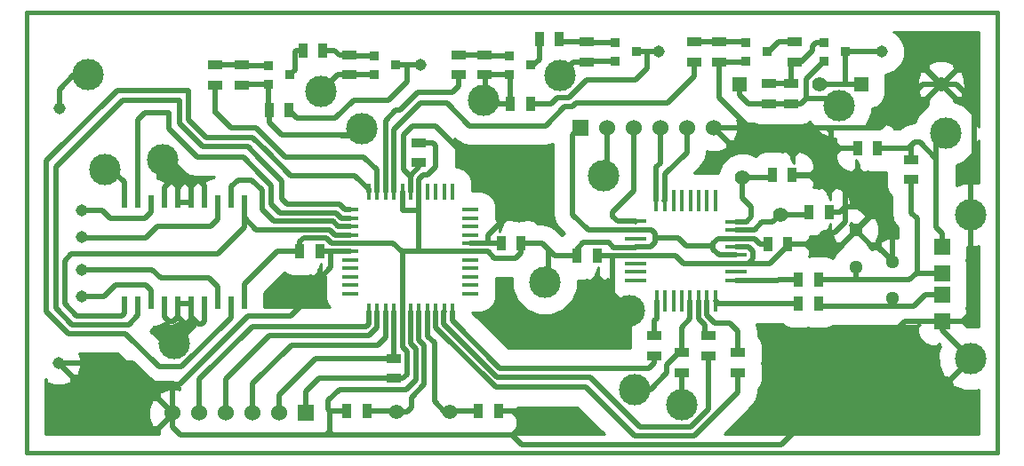
<source format=gtl>
G04 (created by PCBNEW-RS274X (2011-07-08 BZR 3044)-stable) date Wed 10 Aug 2011 06:33:40 PM MSD*
G01*
G70*
G90*
%MOIN*%
G04 Gerber Fmt 3.4, Leading zero omitted, Abs format*
%FSLAX34Y34*%
G04 APERTURE LIST*
%ADD10C,0.006000*%
%ADD11C,0.015000*%
%ADD12R,0.060000X0.016000*%
%ADD13R,0.016000X0.060000*%
%ADD14R,0.078700X0.017700*%
%ADD15R,0.017700X0.078700*%
%ADD16R,0.036000X0.036000*%
%ADD17R,0.020000X0.050000*%
%ADD18R,0.055000X0.035000*%
%ADD19R,0.035000X0.055000*%
%ADD20C,0.045000*%
%ADD21R,0.060000X0.060000*%
%ADD22C,0.060000*%
%ADD23R,0.055000X0.055000*%
%ADD24C,0.055000*%
%ADD25R,0.059100X0.059100*%
%ADD26C,0.118100*%
%ADD27C,0.051200*%
%ADD28C,0.019700*%
%ADD29C,0.010000*%
G04 APERTURE END LIST*
G54D10*
G54D11*
X00000Y00000D02*
X36418Y00000D01*
X00000Y-16535D02*
X00000Y00000D01*
X36418Y-16535D02*
X00000Y-16535D01*
X36418Y00000D02*
X36418Y-16535D01*
G54D12*
X12160Y-08976D03*
X12160Y-09291D03*
X12160Y-09606D03*
X12160Y-09921D03*
X12160Y-10236D03*
X12160Y-10551D03*
X12160Y-08661D03*
X12160Y-08346D03*
X12160Y-08031D03*
X12160Y-07716D03*
X12160Y-07401D03*
X16660Y-08976D03*
X16660Y-09291D03*
X16660Y-09606D03*
X16660Y-09921D03*
X16660Y-10236D03*
X16660Y-10551D03*
X16660Y-08661D03*
X16660Y-08346D03*
X16660Y-08031D03*
X16660Y-07716D03*
X16660Y-07401D03*
G54D13*
X14410Y-11226D03*
X14410Y-06726D03*
X14725Y-11226D03*
X14725Y-06726D03*
X15040Y-06726D03*
X15040Y-11226D03*
X15355Y-11226D03*
X15355Y-06726D03*
X15670Y-06726D03*
X15670Y-11226D03*
X15985Y-11226D03*
X15985Y-06726D03*
X14095Y-06726D03*
X14095Y-11226D03*
X13780Y-11226D03*
X13780Y-06726D03*
X13465Y-06726D03*
X13465Y-11226D03*
X13150Y-11226D03*
X13150Y-06726D03*
X12835Y-06726D03*
X12835Y-11226D03*
G54D14*
X26621Y-07848D03*
X26621Y-08163D03*
X26621Y-08478D03*
X26621Y-08793D03*
X26621Y-09108D03*
X26621Y-09423D03*
X26621Y-09738D03*
X26621Y-10053D03*
X22855Y-10051D03*
X22855Y-07841D03*
X22855Y-08161D03*
X22855Y-08481D03*
X22855Y-08791D03*
X22855Y-09111D03*
X22855Y-09421D03*
X22855Y-09741D03*
G54D15*
X25837Y-10841D03*
X25523Y-10841D03*
X25207Y-10841D03*
X24893Y-10841D03*
X24577Y-10841D03*
X24263Y-10841D03*
X23947Y-10841D03*
X23633Y-10841D03*
X25835Y-07061D03*
X25525Y-07061D03*
X25205Y-07061D03*
X24895Y-07061D03*
X24585Y-07061D03*
X24265Y-07061D03*
X23945Y-07061D03*
X23625Y-07061D03*
G54D16*
X13045Y-02318D03*
X13045Y-01618D03*
X13845Y-01968D03*
X22061Y-01826D03*
X22061Y-01126D03*
X22861Y-01476D03*
X26962Y-01826D03*
X26962Y-01126D03*
X27762Y-01476D03*
X09089Y-02692D03*
X09089Y-01992D03*
X09889Y-02342D03*
X18104Y-02318D03*
X18104Y-01618D03*
X18904Y-01968D03*
G54D17*
X03676Y-10896D03*
X04176Y-10896D03*
X04676Y-10896D03*
X05176Y-10896D03*
X05676Y-10896D03*
X06176Y-10896D03*
X06676Y-10896D03*
X07176Y-10896D03*
X07676Y-10896D03*
X08176Y-10896D03*
X08176Y-07096D03*
X07676Y-07096D03*
X07176Y-07096D03*
X06676Y-07096D03*
X06176Y-07096D03*
X05676Y-07096D03*
X05176Y-07096D03*
X04676Y-07096D03*
X04176Y-07096D03*
X03676Y-07096D03*
G54D18*
X17185Y-01593D03*
X17185Y-02343D03*
X08091Y-01967D03*
X08091Y-02717D03*
X25965Y-01101D03*
X25965Y-01851D03*
X16201Y-01593D03*
X16201Y-02343D03*
X24567Y-13524D03*
X24567Y-12774D03*
X13780Y-13741D03*
X13780Y-12991D03*
X26693Y-12774D03*
X26693Y-13524D03*
X25591Y-12144D03*
X25591Y-12894D03*
X23544Y-12144D03*
X23544Y-12894D03*
X33175Y-06266D03*
X33175Y-05516D03*
G54D19*
X29700Y-10041D03*
X28950Y-10041D03*
X29700Y-10941D03*
X28950Y-10941D03*
G54D18*
X07067Y-01967D03*
X07067Y-02717D03*
X25040Y-01101D03*
X25040Y-01851D03*
G54D19*
X18899Y-03425D03*
X18149Y-03425D03*
G54D18*
X27855Y-03426D03*
X27855Y-02676D03*
X12126Y-01593D03*
X12126Y-02343D03*
X21024Y-01101D03*
X21024Y-01851D03*
X28819Y-01101D03*
X28819Y-01851D03*
G54D19*
X11123Y-01417D03*
X10373Y-01417D03*
X19982Y-01004D03*
X19232Y-01004D03*
X09844Y-03661D03*
X09094Y-03661D03*
X28722Y-06102D03*
X27972Y-06102D03*
X12027Y-14960D03*
X12777Y-14960D03*
X17698Y-14960D03*
X16948Y-14960D03*
X30100Y-07480D03*
X29350Y-07480D03*
G54D18*
X28681Y-02676D03*
X28681Y-03426D03*
G54D19*
X28550Y-08691D03*
X27800Y-08691D03*
X21399Y-09134D03*
X20649Y-09134D03*
X17795Y-08661D03*
X18545Y-08661D03*
G54D18*
X14725Y-05631D03*
X14725Y-04881D03*
G54D19*
X11005Y-08976D03*
X10255Y-08976D03*
G54D20*
X01201Y-13149D03*
X01241Y-03582D03*
X02088Y-08444D03*
X02088Y-07440D03*
X02088Y-10669D03*
X02088Y-09645D03*
X14784Y-01968D03*
X23701Y-01476D03*
X32087Y-01476D03*
G54D21*
X20768Y-04311D03*
G54D22*
X21768Y-04311D03*
X22768Y-04311D03*
X23768Y-04311D03*
X24768Y-04311D03*
X25768Y-04311D03*
G54D16*
X29916Y-01826D03*
X29916Y-01126D03*
X30716Y-01476D03*
G54D23*
X26749Y-02696D03*
G54D24*
X29749Y-02696D03*
G54D23*
X31296Y-02696D03*
G54D24*
X34296Y-02696D03*
G54D25*
X34350Y-11591D03*
X34350Y-10591D03*
X34350Y-09791D03*
X34350Y-08791D03*
G54D26*
X35400Y-07591D03*
X35400Y-12991D03*
G54D21*
X10493Y-15039D03*
G54D22*
X09493Y-15039D03*
X08493Y-15039D03*
X07493Y-15039D03*
X06493Y-15039D03*
X05493Y-15039D03*
G54D19*
X31175Y-05091D03*
X31925Y-05091D03*
G54D27*
X32481Y-09350D03*
X32481Y-10728D03*
X31103Y-08169D03*
X31103Y-09547D03*
G54D24*
X28266Y-07596D03*
X26852Y-06182D03*
X13862Y-14980D03*
X15862Y-14980D03*
G54D26*
X21654Y-06122D03*
X22815Y-14153D03*
X22619Y-11200D03*
X12579Y-04370D03*
X05552Y-12421D03*
X05099Y-05511D03*
X17146Y-03307D03*
X18485Y-07283D03*
X34475Y-04541D03*
X19449Y-10118D03*
X24567Y-14724D03*
X02953Y-05885D03*
X02304Y-02342D03*
X11044Y-02972D03*
X30473Y-03504D03*
X20000Y-02362D03*
G54D28*
X23544Y-11574D02*
X23544Y-12144D01*
X23633Y-11485D02*
X23544Y-11574D01*
X23633Y-10841D02*
X23633Y-11485D01*
X12854Y-12126D02*
X13150Y-11830D01*
X09114Y-12126D02*
X12854Y-12126D01*
X07493Y-13747D02*
X09114Y-12126D01*
X07493Y-15039D02*
X07493Y-13747D01*
X13150Y-11830D02*
X13150Y-11226D01*
X12835Y-11226D02*
X12835Y-11693D01*
X06493Y-13763D02*
X06493Y-15039D01*
X08465Y-11791D02*
X06493Y-13763D01*
X12737Y-11791D02*
X08465Y-11791D01*
X12835Y-11693D02*
X12737Y-11791D01*
X09493Y-14345D02*
X10847Y-12991D01*
X13780Y-11226D02*
X13780Y-12991D01*
X09493Y-15039D02*
X09493Y-14345D01*
X10847Y-12991D02*
X13780Y-12991D01*
X25591Y-14842D02*
X25591Y-14882D01*
X17653Y-13705D02*
X17653Y-13695D01*
X17658Y-13700D02*
X17653Y-13705D01*
X21141Y-13700D02*
X17658Y-13700D01*
X23012Y-15571D02*
X21141Y-13700D01*
X24902Y-15571D02*
X23012Y-15571D01*
X25591Y-14882D02*
X24902Y-15571D01*
X25591Y-12894D02*
X25591Y-14842D01*
X15655Y-11226D02*
X15670Y-11226D01*
X15655Y-11697D02*
X15655Y-11226D01*
X17653Y-13695D02*
X15655Y-11697D01*
X13189Y-12480D02*
X13465Y-12204D01*
X09941Y-12480D02*
X13189Y-12480D01*
X08493Y-13928D02*
X09941Y-12480D01*
X08493Y-15039D02*
X08493Y-13928D01*
X13465Y-12204D02*
X13465Y-11226D01*
X26693Y-14193D02*
X26693Y-14252D01*
X20964Y-14074D02*
X17598Y-14074D01*
X22795Y-15905D02*
X20964Y-14074D01*
X25040Y-15905D02*
X22795Y-15905D01*
X26693Y-14252D02*
X25040Y-15905D01*
X15355Y-11226D02*
X15355Y-11831D01*
X15355Y-11831D02*
X17598Y-14074D01*
X26693Y-14193D02*
X26693Y-13524D01*
X14725Y-11226D02*
X14725Y-12303D01*
X14291Y-14980D02*
X13862Y-14980D01*
X14430Y-14841D02*
X14291Y-14980D01*
X14430Y-14448D02*
X14430Y-14841D01*
X14922Y-13956D02*
X14430Y-14448D01*
X14922Y-12500D02*
X14922Y-13956D01*
X14725Y-12303D02*
X14922Y-12500D01*
X12777Y-14960D02*
X13842Y-14960D01*
X13842Y-14960D02*
X13862Y-14980D01*
X15040Y-11226D02*
X15040Y-12146D01*
X15670Y-14980D02*
X15862Y-14980D01*
X15296Y-14606D02*
X15670Y-14980D01*
X15296Y-12402D02*
X15296Y-14606D01*
X15040Y-12146D02*
X15296Y-12402D01*
X16948Y-14960D02*
X15882Y-14960D01*
X15882Y-14960D02*
X15862Y-14980D01*
X28950Y-10941D02*
X25937Y-10941D01*
X25937Y-10941D02*
X25837Y-10841D01*
X28188Y-10053D02*
X26621Y-10053D01*
X28200Y-10041D02*
X28188Y-10053D01*
X28950Y-10041D02*
X28200Y-10041D01*
X23768Y-05661D02*
X23625Y-05804D01*
X23768Y-04311D02*
X23768Y-05661D01*
X23625Y-05804D02*
X23625Y-07061D01*
X23957Y-07029D02*
X23925Y-07061D01*
X23957Y-06063D02*
X23957Y-07029D01*
X24768Y-05252D02*
X23957Y-06063D01*
X24768Y-04311D02*
X24768Y-05252D01*
X23925Y-07061D02*
X23945Y-07061D01*
X03189Y-11378D02*
X03583Y-11378D01*
X03583Y-11378D02*
X03676Y-11285D01*
X08176Y-07703D02*
X08176Y-08064D01*
X03676Y-11285D02*
X03676Y-10896D01*
X01871Y-11378D02*
X03189Y-11378D01*
X01437Y-10944D02*
X01871Y-11378D01*
X01437Y-09311D02*
X01437Y-10944D01*
X01693Y-09055D02*
X01437Y-09311D01*
X07185Y-09055D02*
X01693Y-09055D01*
X08176Y-08064D02*
X07185Y-09055D01*
X12160Y-08346D02*
X11575Y-08346D01*
X08176Y-07703D02*
X08176Y-07096D01*
X08622Y-08149D02*
X08176Y-07703D01*
X11378Y-08149D02*
X08622Y-08149D01*
X11575Y-08346D02*
X11378Y-08149D01*
X07176Y-07096D02*
X07176Y-07745D01*
X02089Y-08445D02*
X02088Y-08444D01*
X04488Y-08445D02*
X02089Y-08445D01*
X04922Y-08011D02*
X04488Y-08445D01*
X06910Y-08011D02*
X04922Y-08011D01*
X07176Y-07745D02*
X06910Y-08011D01*
X03130Y-07716D02*
X02854Y-07440D01*
X04450Y-07716D02*
X03130Y-07716D01*
X04676Y-07490D02*
X04450Y-07716D01*
X04676Y-07096D02*
X04676Y-07490D01*
X02854Y-07440D02*
X02088Y-07440D01*
X04676Y-10896D02*
X04676Y-10423D01*
X02894Y-10669D02*
X02088Y-10669D01*
X03347Y-10216D02*
X02894Y-10669D01*
X04469Y-10216D02*
X03347Y-10216D01*
X04676Y-10423D02*
X04469Y-10216D01*
X07176Y-10305D02*
X06831Y-09960D01*
X07176Y-10896D02*
X07176Y-10305D01*
X04725Y-09645D02*
X02088Y-09645D01*
X05040Y-09960D02*
X04725Y-09645D01*
X06831Y-09960D02*
X05040Y-09960D01*
X12160Y-08031D02*
X11693Y-08031D01*
X07676Y-06537D02*
X07676Y-07096D01*
X07934Y-06279D02*
X07676Y-06537D01*
X08445Y-06279D02*
X07934Y-06279D01*
X08839Y-06673D02*
X08445Y-06279D01*
X08839Y-07401D02*
X08839Y-06673D01*
X09272Y-07834D02*
X08839Y-07401D01*
X11496Y-07834D02*
X09272Y-07834D01*
X11693Y-08031D02*
X11496Y-07834D01*
X05335Y-03760D02*
X05335Y-04370D01*
X06398Y-05433D02*
X08130Y-05433D01*
X05335Y-04370D02*
X06398Y-05433D01*
X08810Y-06113D02*
X08130Y-05433D01*
X12160Y-07716D02*
X11811Y-07716D01*
X09193Y-06496D02*
X08810Y-06113D01*
X09193Y-07204D02*
X09193Y-06496D01*
X09508Y-07519D02*
X09193Y-07204D01*
X11614Y-07519D02*
X09508Y-07519D01*
X11811Y-07716D02*
X11614Y-07519D01*
X04176Y-06279D02*
X04176Y-04033D01*
X04176Y-04033D02*
X04449Y-03760D01*
X04449Y-03760D02*
X05335Y-03760D01*
X04176Y-06279D02*
X04176Y-07096D01*
X05729Y-03287D02*
X05729Y-04173D01*
X06595Y-05039D02*
X08308Y-05039D01*
X05729Y-04173D02*
X06595Y-05039D01*
X01103Y-06476D02*
X01103Y-05787D01*
X08780Y-05511D02*
X08780Y-05531D01*
X08308Y-05039D02*
X08780Y-05511D01*
X03603Y-03287D02*
X05729Y-03287D01*
X01103Y-05787D02*
X03603Y-03287D01*
X01103Y-06476D02*
X01103Y-07460D01*
X12160Y-07401D02*
X11929Y-07401D01*
X04176Y-11375D02*
X04176Y-10896D01*
X03839Y-11712D02*
X04176Y-11375D01*
X01713Y-11712D02*
X03839Y-11712D01*
X01103Y-11102D02*
X01713Y-11712D01*
X01103Y-07460D02*
X01103Y-11102D01*
X09567Y-06318D02*
X08780Y-05531D01*
X09567Y-07007D02*
X09567Y-06318D01*
X09764Y-07204D02*
X09567Y-07007D01*
X11732Y-07204D02*
X09764Y-07204D01*
X11929Y-07401D02*
X11732Y-07204D01*
X07676Y-11456D02*
X07676Y-11458D01*
X07676Y-11458D02*
X05827Y-13307D01*
X12067Y-06122D02*
X12324Y-06122D01*
X12835Y-06633D02*
X12835Y-06726D01*
X12324Y-06122D02*
X12835Y-06633D01*
X06063Y-02913D02*
X06063Y-04015D01*
X06733Y-04685D02*
X08485Y-04685D01*
X06063Y-04015D02*
X06733Y-04685D01*
X08977Y-05177D02*
X08485Y-04685D01*
X09922Y-06122D02*
X08977Y-05177D01*
X12067Y-06122D02*
X09922Y-06122D01*
X00748Y-05571D02*
X00748Y-06476D01*
X03406Y-02913D02*
X00748Y-05571D01*
X06063Y-02913D02*
X03406Y-02913D01*
X00748Y-06476D02*
X00748Y-07322D01*
X04961Y-13307D02*
X05827Y-13307D01*
X03721Y-12067D02*
X04961Y-13307D01*
X01576Y-12067D02*
X03721Y-12067D01*
X00748Y-11239D02*
X01576Y-12067D01*
X00748Y-07322D02*
X00748Y-11239D01*
X07676Y-11456D02*
X07676Y-10896D01*
X25434Y-11732D02*
X25434Y-11987D01*
X25207Y-11505D02*
X25434Y-11732D01*
X25207Y-10841D02*
X25207Y-11505D01*
X25434Y-11987D02*
X25591Y-12144D01*
X22768Y-04311D02*
X22768Y-06700D01*
X22855Y-07861D02*
X22855Y-07841D01*
X22828Y-07834D02*
X22855Y-07861D01*
X22164Y-07834D02*
X22828Y-07834D01*
X21988Y-07658D02*
X22164Y-07834D01*
X21988Y-07480D02*
X21988Y-07658D01*
X22768Y-06700D02*
X21988Y-07480D01*
X07067Y-03760D02*
X07107Y-03760D01*
X07107Y-03760D02*
X07677Y-04330D01*
X13150Y-06726D02*
X13150Y-05905D01*
X08622Y-04330D02*
X07677Y-04330D01*
X09705Y-05413D02*
X08622Y-04330D01*
X12658Y-05413D02*
X09705Y-05413D01*
X13150Y-05905D02*
X12658Y-05413D01*
X07067Y-03760D02*
X07067Y-02717D01*
X13465Y-06726D02*
X13465Y-04763D01*
X16201Y-02343D02*
X16201Y-02756D01*
X13465Y-04763D02*
X13465Y-04054D01*
X15965Y-02992D02*
X16201Y-02756D01*
X14665Y-02992D02*
X15965Y-02992D01*
X13996Y-03661D02*
X14665Y-02992D01*
X13858Y-03661D02*
X13996Y-03661D01*
X13465Y-04054D02*
X13858Y-03661D01*
X13780Y-05984D02*
X13780Y-04389D01*
X15768Y-03405D02*
X16615Y-04252D01*
X14764Y-03405D02*
X15768Y-03405D01*
X13780Y-04389D02*
X14764Y-03405D01*
X13780Y-06726D02*
X13780Y-05984D01*
X25040Y-01851D02*
X25040Y-02401D01*
X19468Y-04252D02*
X16615Y-04252D01*
X20177Y-03543D02*
X19468Y-04252D01*
X20473Y-03543D02*
X20177Y-03543D01*
X20611Y-03405D02*
X20473Y-03543D01*
X24036Y-03405D02*
X20611Y-03405D01*
X25040Y-02401D02*
X24036Y-03405D01*
X26378Y-11653D02*
X26693Y-11968D01*
X25827Y-11653D02*
X26378Y-11653D01*
X25523Y-11349D02*
X25827Y-11653D01*
X25523Y-10841D02*
X25523Y-11349D01*
X26693Y-11968D02*
X26693Y-12774D01*
X24567Y-12774D02*
X24470Y-12774D01*
X21768Y-06008D02*
X21768Y-04311D01*
X21654Y-06122D02*
X21768Y-06008D01*
X23407Y-14153D02*
X22815Y-14153D01*
X24016Y-13544D02*
X23407Y-14153D01*
X24016Y-13228D02*
X24016Y-13544D01*
X24470Y-12774D02*
X24016Y-13228D01*
X24893Y-10841D02*
X24893Y-11485D01*
X24567Y-11811D02*
X24567Y-12185D01*
X24567Y-12185D02*
X24567Y-12774D01*
X24893Y-11485D02*
X24567Y-11811D01*
X28266Y-07596D02*
X29234Y-07596D01*
X29234Y-07596D02*
X29350Y-07480D01*
X26621Y-08163D02*
X27297Y-08163D01*
X27988Y-07874D02*
X28266Y-07596D01*
X27586Y-07874D02*
X27988Y-07874D01*
X27297Y-08163D02*
X27586Y-07874D01*
X26852Y-06182D02*
X27892Y-06182D01*
X27892Y-06182D02*
X27972Y-06102D01*
X26621Y-07848D02*
X26995Y-07848D01*
X26852Y-06969D02*
X26852Y-06182D01*
X27166Y-07283D02*
X26852Y-06969D01*
X27166Y-07677D02*
X27166Y-07283D01*
X26995Y-07848D02*
X27166Y-07677D01*
X34350Y-11591D02*
X32937Y-11591D01*
X18583Y-16220D02*
X18209Y-15846D01*
X28308Y-16220D02*
X18583Y-16220D01*
X32937Y-11591D02*
X28308Y-16220D01*
X11240Y-15846D02*
X18209Y-15846D01*
X18209Y-15846D02*
X18248Y-15846D01*
X18248Y-15846D02*
X18485Y-15609D01*
X18485Y-15609D02*
X18485Y-15217D01*
X18485Y-15217D02*
X18228Y-14960D01*
X18228Y-14960D02*
X17698Y-14960D01*
X05493Y-15039D02*
X05493Y-15551D01*
X11378Y-15708D02*
X11378Y-14960D01*
X11240Y-15846D02*
X11378Y-15708D01*
X05788Y-15846D02*
X11240Y-15846D01*
X05493Y-15551D02*
X05788Y-15846D01*
X14410Y-11226D02*
X14410Y-12441D01*
X14410Y-12441D02*
X14607Y-12638D01*
X14607Y-12638D02*
X14607Y-13799D01*
X14607Y-13799D02*
X14253Y-14153D01*
X14253Y-14153D02*
X11733Y-14153D01*
X11733Y-14153D02*
X11319Y-14567D01*
X11319Y-14567D02*
X11319Y-14901D01*
X11319Y-14901D02*
X11378Y-14960D01*
X11378Y-14960D02*
X12027Y-14960D01*
X30118Y-06102D02*
X30118Y-05273D01*
X30118Y-05273D02*
X30300Y-05091D01*
X30709Y-07283D02*
X31201Y-07283D01*
X31201Y-07283D02*
X31595Y-07677D01*
X28550Y-08691D02*
X29498Y-08691D01*
X30709Y-07874D02*
X30709Y-07283D01*
X30316Y-08267D02*
X30709Y-07874D01*
X29922Y-08267D02*
X30316Y-08267D01*
X29498Y-08691D02*
X29922Y-08267D01*
X28722Y-06102D02*
X30118Y-06102D01*
X30118Y-06102D02*
X30709Y-06693D01*
X30709Y-06693D02*
X30709Y-07283D01*
X30512Y-07480D02*
X30100Y-07480D01*
X30709Y-07283D02*
X30512Y-07480D01*
X32481Y-09350D02*
X32481Y-08071D01*
X32481Y-08071D02*
X32087Y-07677D01*
X32087Y-07677D02*
X31595Y-07677D01*
X31595Y-07677D02*
X31103Y-08169D01*
X05676Y-11391D02*
X05676Y-10896D01*
X05493Y-13966D02*
X05750Y-13966D01*
X11425Y-09566D02*
X11425Y-08976D01*
X11000Y-09991D02*
X11425Y-09566D01*
X11000Y-10316D02*
X11000Y-09991D01*
X09925Y-11391D02*
X11000Y-10316D01*
X08325Y-11391D02*
X09925Y-11391D01*
X05750Y-13966D02*
X08325Y-11391D01*
X01201Y-13149D02*
X03983Y-13149D01*
X05493Y-13948D02*
X05493Y-13966D01*
X05493Y-13966D02*
X05493Y-15039D01*
X05500Y-13941D02*
X05493Y-13948D01*
X04775Y-13941D02*
X05500Y-13941D01*
X03983Y-13149D02*
X04775Y-13941D01*
X31175Y-05091D02*
X30300Y-05091D01*
X30300Y-05091D02*
X30175Y-04966D01*
X30175Y-04466D02*
X30020Y-04311D01*
X30175Y-04966D02*
X30175Y-04466D01*
X35400Y-07591D02*
X35400Y-05541D01*
X34880Y-02696D02*
X34296Y-02696D01*
X35550Y-03366D02*
X34880Y-02696D01*
X35550Y-05391D02*
X35550Y-03366D01*
X35400Y-05541D02*
X35550Y-05391D01*
X34350Y-11591D02*
X35100Y-11591D01*
X35100Y-11591D02*
X35400Y-11291D01*
X35400Y-11291D02*
X35400Y-07591D01*
X34350Y-11591D02*
X34350Y-11941D01*
X34350Y-11941D02*
X35400Y-12991D01*
X21989Y-10570D02*
X22619Y-11200D01*
X21989Y-09111D02*
X21989Y-10570D01*
X09094Y-04133D02*
X09567Y-04606D01*
X09567Y-04606D02*
X12343Y-04606D01*
X12343Y-04606D02*
X12579Y-04370D01*
X09094Y-04133D02*
X09094Y-03661D01*
X05945Y-12028D02*
X05945Y-11673D01*
X05945Y-12028D02*
X05552Y-12421D01*
X05926Y-06338D02*
X05099Y-05511D01*
X17264Y-03425D02*
X17146Y-03307D01*
X18149Y-03425D02*
X17264Y-03425D01*
X14410Y-06240D02*
X14410Y-06161D01*
X18485Y-06988D02*
X18485Y-07283D01*
X16831Y-05334D02*
X18485Y-06988D01*
X16418Y-05334D02*
X16831Y-05334D01*
X15336Y-04252D02*
X16418Y-05334D01*
X14469Y-04252D02*
X15336Y-04252D01*
X14134Y-04587D02*
X14469Y-04252D01*
X14134Y-05885D02*
X14134Y-04587D01*
X14410Y-06161D02*
X14134Y-05885D01*
X17323Y-08661D02*
X17323Y-08346D01*
X17323Y-08346D02*
X18386Y-07283D01*
X18386Y-07283D02*
X18485Y-07283D01*
X05985Y-06338D02*
X05926Y-06338D01*
X14410Y-06726D02*
X14410Y-06240D01*
X14410Y-06240D02*
X14410Y-06122D01*
X14725Y-05807D02*
X14725Y-05631D01*
X14410Y-06122D02*
X14725Y-05807D01*
X09089Y-02692D02*
X09089Y-03656D01*
X09089Y-03656D02*
X09094Y-03661D01*
X09089Y-02692D02*
X08116Y-02692D01*
X08116Y-02692D02*
X08091Y-02717D01*
X18104Y-02318D02*
X17210Y-02318D01*
X17210Y-02318D02*
X17185Y-02343D01*
X18149Y-03425D02*
X18149Y-02363D01*
X18149Y-02363D02*
X18104Y-02318D01*
X25965Y-01851D02*
X25965Y-03189D01*
X26181Y-03405D02*
X26181Y-03404D01*
X25965Y-03189D02*
X26181Y-03405D01*
X26969Y-04311D02*
X26969Y-04192D01*
X26969Y-04192D02*
X26181Y-03404D01*
X25965Y-01851D02*
X26937Y-01851D01*
X26937Y-01851D02*
X26962Y-01826D01*
X31044Y-04311D02*
X32008Y-04311D01*
X33623Y-02696D02*
X34296Y-02696D01*
X32008Y-04311D02*
X33623Y-02696D01*
X31044Y-04311D02*
X30020Y-04311D01*
X06176Y-11378D02*
X06176Y-11431D01*
X06676Y-11592D02*
X06676Y-10896D01*
X06575Y-11693D02*
X06676Y-11592D01*
X06438Y-11693D02*
X06575Y-11693D01*
X06176Y-11431D02*
X06438Y-11693D01*
X05676Y-11358D02*
X05676Y-11391D01*
X05676Y-11391D02*
X05676Y-11443D01*
X05676Y-11443D02*
X05906Y-11673D01*
X05906Y-11673D02*
X05945Y-11673D01*
X06176Y-11541D02*
X06176Y-11378D01*
X05945Y-11673D02*
X06044Y-11673D01*
X06044Y-11673D02*
X06176Y-11541D01*
X06176Y-11378D02*
X06176Y-10896D01*
X05176Y-10896D02*
X05176Y-11416D01*
X05676Y-11430D02*
X05676Y-11358D01*
X05512Y-11594D02*
X05676Y-11430D01*
X05354Y-11594D02*
X05512Y-11594D01*
X05176Y-11416D02*
X05354Y-11594D01*
X06176Y-06614D02*
X06176Y-06541D01*
X06676Y-06498D02*
X06676Y-07096D01*
X06516Y-06338D02*
X06676Y-06498D01*
X06379Y-06338D02*
X06516Y-06338D01*
X06176Y-06541D02*
X06379Y-06338D01*
X05676Y-06594D02*
X05676Y-06588D01*
X06176Y-06529D02*
X06176Y-06614D01*
X06176Y-06614D02*
X06176Y-07096D01*
X05985Y-06338D02*
X06176Y-06529D01*
X05676Y-06588D02*
X05926Y-06338D01*
X05176Y-07096D02*
X05176Y-06556D01*
X05676Y-06521D02*
X05676Y-06594D01*
X05676Y-06594D02*
X05676Y-07096D01*
X05513Y-06358D02*
X05676Y-06521D01*
X05374Y-06358D02*
X05513Y-06358D01*
X05176Y-06556D02*
X05374Y-06358D01*
X30020Y-04311D02*
X26969Y-04311D01*
X26969Y-04311D02*
X25768Y-04311D01*
X22855Y-09111D02*
X24329Y-09111D01*
X26621Y-09438D02*
X26621Y-09423D01*
X24656Y-09438D02*
X26621Y-09438D01*
X24329Y-09111D02*
X24656Y-09438D01*
X12160Y-08976D02*
X11425Y-08976D01*
X11425Y-08976D02*
X11319Y-08976D01*
X11319Y-08976D02*
X11005Y-08976D01*
X16660Y-08661D02*
X17323Y-08661D01*
X17323Y-08661D02*
X17795Y-08661D01*
X22855Y-09111D02*
X21989Y-09111D01*
X21989Y-09111D02*
X21422Y-09111D01*
X21422Y-09111D02*
X21399Y-09134D01*
X26621Y-08793D02*
X27077Y-08793D01*
X27250Y-09241D02*
X27068Y-09423D01*
X27250Y-08966D02*
X27250Y-09241D01*
X27077Y-08793D02*
X27250Y-08966D01*
X28550Y-08691D02*
X28550Y-08766D01*
X27893Y-09423D02*
X27068Y-09423D01*
X28550Y-08766D02*
X27893Y-09423D01*
X27068Y-09423D02*
X26621Y-09423D01*
X19232Y-01753D02*
X19232Y-01004D01*
X19017Y-01968D02*
X19232Y-01753D01*
X18904Y-01968D02*
X19017Y-01968D01*
X11732Y-01593D02*
X11556Y-01417D01*
X13045Y-01618D02*
X12151Y-01618D01*
X12151Y-01618D02*
X12126Y-01593D01*
X12126Y-01593D02*
X11732Y-01593D01*
X11556Y-01417D02*
X11123Y-01417D01*
X11576Y-03976D02*
X10159Y-03976D01*
X12265Y-03287D02*
X11576Y-03976D01*
X13563Y-03287D02*
X12265Y-03287D01*
X14272Y-02578D02*
X13563Y-03287D01*
X14784Y-01968D02*
X14272Y-01968D01*
X14272Y-01968D02*
X13845Y-01968D01*
X14272Y-01968D02*
X14272Y-02578D01*
X10159Y-03976D02*
X09844Y-03661D01*
X10373Y-01417D02*
X10138Y-01417D01*
X10079Y-02152D02*
X09889Y-02342D01*
X10079Y-01476D02*
X10079Y-02152D01*
X10138Y-01417D02*
X10079Y-01476D01*
X28210Y-01101D02*
X28819Y-01101D01*
X27835Y-01476D02*
X28210Y-01101D01*
X27762Y-01476D02*
X27835Y-01476D01*
X23544Y-12894D02*
X23544Y-13149D01*
X23347Y-13346D02*
X17756Y-13346D01*
X23544Y-13149D02*
X23347Y-13346D01*
X15985Y-11575D02*
X15985Y-11226D01*
X17756Y-13346D02*
X15985Y-11575D01*
X32481Y-11023D02*
X29782Y-11023D01*
X29782Y-11023D02*
X29700Y-10941D01*
X34350Y-10591D02*
X33700Y-10591D01*
X32481Y-11023D02*
X32481Y-10728D01*
X33268Y-11023D02*
X32481Y-11023D01*
X33700Y-10591D02*
X33268Y-11023D01*
X25965Y-01101D02*
X26937Y-01101D01*
X26937Y-01101D02*
X26962Y-01126D01*
X25965Y-01101D02*
X25040Y-01101D01*
X29603Y-01126D02*
X29916Y-01126D01*
X29034Y-01851D02*
X29469Y-01416D01*
X29469Y-01416D02*
X29469Y-01260D01*
X27855Y-02676D02*
X28681Y-02676D01*
X28681Y-02676D02*
X28681Y-01989D01*
X28819Y-01851D02*
X29034Y-01851D01*
X28681Y-01989D02*
X28819Y-01851D01*
X29469Y-01260D02*
X29603Y-01126D01*
X21024Y-01101D02*
X20079Y-01101D01*
X22061Y-01126D02*
X21049Y-01126D01*
X21049Y-01126D02*
X21024Y-01101D01*
X20079Y-01101D02*
X19982Y-01004D01*
X19902Y-03189D02*
X20355Y-03189D01*
X19666Y-03425D02*
X19902Y-03189D01*
X23701Y-01476D02*
X23288Y-01476D01*
X23288Y-01476D02*
X22861Y-01476D01*
X18899Y-03425D02*
X19666Y-03425D01*
X23288Y-02086D02*
X23288Y-01476D01*
X22835Y-02539D02*
X23288Y-02086D01*
X21005Y-02539D02*
X22835Y-02539D01*
X20355Y-03189D02*
X21005Y-02539D01*
X18104Y-01618D02*
X17210Y-01618D01*
X17185Y-01593D02*
X16201Y-01593D01*
X17210Y-01618D02*
X17185Y-01593D01*
X08091Y-01967D02*
X07067Y-01967D01*
X09089Y-01992D02*
X08116Y-01992D01*
X08116Y-01992D02*
X08091Y-01967D01*
X30716Y-01476D02*
X30716Y-02696D01*
X31296Y-02696D02*
X30716Y-02696D01*
X30716Y-02696D02*
X29749Y-02696D01*
X30716Y-01476D02*
X32087Y-01476D01*
X31125Y-10041D02*
X31125Y-09569D01*
X31125Y-09569D02*
X31103Y-09547D01*
X33400Y-09791D02*
X33400Y-07741D01*
X33175Y-07516D02*
X33175Y-06266D01*
X33400Y-07741D02*
X33175Y-07516D01*
X34350Y-09791D02*
X33400Y-09791D01*
X33400Y-09791D02*
X33375Y-09791D01*
X33125Y-10041D02*
X31125Y-10041D01*
X31125Y-10041D02*
X29700Y-10041D01*
X33375Y-09791D02*
X33125Y-10041D01*
X31925Y-05091D02*
X33075Y-05091D01*
X33075Y-05091D02*
X33175Y-04991D01*
X34125Y-05491D02*
X34125Y-04891D01*
X34125Y-04891D02*
X34475Y-04541D01*
X34350Y-08791D02*
X34350Y-08291D01*
X33175Y-04991D02*
X33175Y-05516D01*
X33300Y-04866D02*
X33175Y-04991D01*
X33500Y-04866D02*
X33300Y-04866D01*
X34125Y-05491D02*
X33500Y-04866D01*
X34125Y-08066D02*
X34125Y-05491D01*
X34350Y-08291D02*
X34125Y-08066D01*
X14725Y-06726D02*
X14725Y-06259D01*
X15355Y-05787D02*
X15355Y-05000D01*
X15040Y-06102D02*
X15355Y-05787D01*
X14882Y-06102D02*
X15040Y-06102D01*
X14725Y-06259D02*
X14882Y-06102D01*
X19449Y-10118D02*
X19578Y-09989D01*
X19578Y-09989D02*
X19578Y-08908D01*
X10255Y-08976D02*
X09410Y-08976D01*
X08176Y-10210D02*
X08176Y-10896D01*
X09410Y-08976D02*
X08176Y-10210D01*
X10493Y-15039D02*
X10493Y-14232D01*
X10984Y-13741D02*
X13780Y-13741D01*
X10493Y-14232D02*
X10984Y-13741D01*
X20493Y-07578D02*
X20493Y-04586D01*
X20493Y-04586D02*
X20768Y-04311D01*
X22855Y-08161D02*
X21076Y-08161D01*
X21076Y-08161D02*
X20493Y-07578D01*
X12160Y-08661D02*
X11457Y-08661D01*
X10255Y-08603D02*
X10255Y-08976D01*
X10394Y-08464D02*
X10255Y-08603D01*
X11260Y-08464D02*
X10394Y-08464D01*
X11457Y-08661D02*
X11260Y-08464D01*
X14095Y-06726D02*
X14095Y-07421D01*
X14115Y-07441D02*
X14725Y-07441D01*
X14095Y-07421D02*
X14115Y-07441D01*
X14115Y-08976D02*
X14075Y-08976D01*
X13760Y-08661D02*
X12160Y-08661D01*
X14075Y-08976D02*
X13760Y-08661D01*
X14764Y-08976D02*
X14115Y-08976D01*
X14095Y-08996D02*
X14095Y-11226D01*
X14115Y-08976D02*
X14095Y-08996D01*
X16660Y-08976D02*
X14764Y-08976D01*
X14764Y-08976D02*
X14725Y-08976D01*
X14725Y-08976D02*
X14725Y-07441D01*
X14725Y-07441D02*
X14725Y-06726D01*
X20649Y-09134D02*
X19804Y-09134D01*
X19804Y-09134D02*
X19578Y-08908D01*
X19331Y-08661D02*
X18545Y-08661D01*
X19578Y-08908D02*
X19331Y-08661D01*
X16660Y-08976D02*
X17303Y-08976D01*
X17303Y-08976D02*
X17539Y-09212D01*
X17539Y-09212D02*
X18347Y-09212D01*
X18347Y-09212D02*
X18545Y-09014D01*
X18545Y-09014D02*
X18545Y-08661D01*
X14095Y-11226D02*
X14095Y-12559D01*
X14095Y-12559D02*
X14272Y-12736D01*
X14272Y-12736D02*
X14272Y-13583D01*
X14272Y-13583D02*
X14114Y-13741D01*
X14114Y-13741D02*
X13780Y-13741D01*
X24567Y-13524D02*
X24567Y-14724D01*
X20649Y-09134D02*
X20649Y-08878D01*
X22855Y-08811D02*
X22855Y-08791D01*
X22001Y-08811D02*
X22855Y-08811D01*
X21831Y-08641D02*
X22001Y-08811D01*
X20886Y-08641D02*
X21831Y-08641D01*
X20649Y-08878D02*
X20886Y-08641D01*
X15236Y-04881D02*
X14725Y-04881D01*
X15355Y-05000D02*
X15236Y-04881D01*
X26621Y-08478D02*
X27312Y-08478D01*
X27525Y-08691D02*
X27800Y-08691D01*
X27312Y-08478D02*
X27525Y-08691D01*
X25750Y-08766D02*
X24750Y-08766D01*
X24450Y-08466D02*
X23575Y-08466D01*
X24750Y-08766D02*
X24450Y-08466D01*
X22855Y-08161D02*
X23445Y-08161D01*
X23445Y-08161D02*
X23575Y-08291D01*
X23575Y-08291D02*
X23575Y-08466D01*
X23400Y-08791D02*
X22855Y-08791D01*
X23575Y-08466D02*
X23575Y-08616D01*
X23575Y-08616D02*
X23400Y-08791D01*
X26621Y-08478D02*
X25938Y-08478D01*
X25967Y-09108D02*
X26621Y-09108D01*
X25750Y-08891D02*
X25967Y-09108D01*
X25750Y-08666D02*
X25750Y-08766D01*
X25750Y-08766D02*
X25750Y-08891D01*
X25938Y-08478D02*
X25750Y-08666D01*
X03676Y-06372D02*
X03189Y-05885D01*
X03189Y-05885D02*
X02953Y-05885D01*
X03676Y-06372D02*
X03676Y-07096D01*
X01241Y-02893D02*
X01792Y-02342D01*
X01792Y-02342D02*
X02304Y-02342D01*
X01241Y-02893D02*
X01241Y-03582D01*
X11673Y-02343D02*
X11044Y-02972D01*
X11673Y-02343D02*
X12126Y-02343D01*
X30197Y-03228D02*
X30473Y-03504D01*
X29233Y-03228D02*
X30197Y-03228D01*
X20511Y-01851D02*
X20000Y-02362D01*
X20511Y-01851D02*
X21024Y-01851D01*
X13045Y-02318D02*
X12151Y-02318D01*
X12151Y-02318D02*
X12126Y-02343D01*
X22061Y-01826D02*
X21049Y-01826D01*
X21049Y-01826D02*
X21024Y-01851D01*
X27855Y-03426D02*
X27069Y-03426D01*
X26749Y-03106D02*
X26749Y-02696D01*
X27069Y-03426D02*
X26749Y-03106D01*
X28681Y-03426D02*
X27855Y-03426D01*
X29916Y-01826D02*
X29907Y-01826D01*
X29035Y-03426D02*
X28681Y-03426D01*
X29233Y-03228D02*
X29035Y-03426D01*
X29233Y-02500D02*
X29233Y-03228D01*
X29907Y-01826D02*
X29233Y-02500D01*
G54D10*
G36*
X05754Y-14149D02*
X05664Y-14114D01*
X05297Y-14119D01*
X04981Y-14250D01*
X04978Y-14453D01*
X05458Y-14933D01*
X05493Y-14968D01*
X05552Y-15027D01*
X05552Y-15051D01*
X05493Y-15110D01*
X05458Y-15145D01*
X05422Y-15181D01*
X05422Y-15039D01*
X04907Y-14524D01*
X04704Y-14527D01*
X04568Y-14868D01*
X04573Y-15235D01*
X04704Y-15551D01*
X04907Y-15554D01*
X05422Y-15039D01*
X05422Y-15181D01*
X04978Y-15625D01*
X04980Y-15819D01*
X01668Y-15819D01*
X00716Y-15819D01*
X00716Y-13775D01*
X00737Y-13754D01*
X00734Y-13878D01*
X01048Y-14002D01*
X01386Y-13995D01*
X01668Y-13878D01*
X01663Y-13682D01*
X01236Y-13255D01*
X01201Y-13220D01*
X01130Y-13149D01*
X01201Y-13078D01*
X01272Y-13149D01*
X01307Y-13184D01*
X01734Y-13611D01*
X01930Y-13616D01*
X02054Y-13302D01*
X02047Y-12964D01*
X01981Y-12806D01*
X03414Y-12806D01*
X04436Y-13827D01*
X04438Y-13830D01*
X04678Y-13990D01*
X04961Y-14046D01*
X05754Y-14046D01*
X05754Y-14149D01*
X05754Y-14149D01*
G37*
G54D29*
X05754Y-14149D02*
X05664Y-14114D01*
X05297Y-14119D01*
X04981Y-14250D01*
X04978Y-14453D01*
X05458Y-14933D01*
X05493Y-14968D01*
X05552Y-15027D01*
X05552Y-15051D01*
X05493Y-15110D01*
X05458Y-15145D01*
X05422Y-15181D01*
X05422Y-15039D01*
X04907Y-14524D01*
X04704Y-14527D01*
X04568Y-14868D01*
X04573Y-15235D01*
X04704Y-15551D01*
X04907Y-15554D01*
X05422Y-15039D01*
X05422Y-15181D01*
X04978Y-15625D01*
X04980Y-15819D01*
X01668Y-15819D01*
X00716Y-15819D01*
X00716Y-13775D01*
X00737Y-13754D01*
X00734Y-13878D01*
X01048Y-14002D01*
X01386Y-13995D01*
X01668Y-13878D01*
X01663Y-13682D01*
X01236Y-13255D01*
X01201Y-13220D01*
X01130Y-13149D01*
X01201Y-13078D01*
X01272Y-13149D01*
X01307Y-13184D01*
X01734Y-13611D01*
X01930Y-13616D01*
X02054Y-13302D01*
X02047Y-12964D01*
X01981Y-12806D01*
X03414Y-12806D01*
X04436Y-13827D01*
X04438Y-13830D01*
X04678Y-13990D01*
X04961Y-14046D01*
X05754Y-14046D01*
X05754Y-14149D01*
G54D10*
G36*
X06226Y-07146D02*
X06126Y-07146D01*
X06095Y-07146D01*
X06076Y-07146D01*
X05776Y-07146D01*
X05757Y-07146D01*
X05726Y-07146D01*
X05626Y-07146D01*
X05626Y-07046D01*
X05726Y-07046D01*
X05757Y-07046D01*
X06095Y-07046D01*
X06126Y-07046D01*
X06226Y-07046D01*
X06226Y-07146D01*
X06226Y-07146D01*
G37*
G54D29*
X06226Y-07146D02*
X06126Y-07146D01*
X06095Y-07146D01*
X06076Y-07146D01*
X05776Y-07146D01*
X05757Y-07146D01*
X05726Y-07146D01*
X05626Y-07146D01*
X05626Y-07046D01*
X05726Y-07046D01*
X05757Y-07046D01*
X06095Y-07046D01*
X06126Y-07046D01*
X06226Y-07046D01*
X06226Y-07146D01*
G54D10*
G36*
X06226Y-10946D02*
X06126Y-10946D01*
X06095Y-10946D01*
X05757Y-10946D01*
X05726Y-10946D01*
X05626Y-10946D01*
X05626Y-10846D01*
X05726Y-10846D01*
X05757Y-10846D01*
X05776Y-10846D01*
X06076Y-10846D01*
X06095Y-10846D01*
X06126Y-10846D01*
X06226Y-10846D01*
X06226Y-10946D01*
X06226Y-10946D01*
G37*
G54D29*
X06226Y-10946D02*
X06126Y-10946D01*
X06095Y-10946D01*
X05757Y-10946D01*
X05726Y-10946D01*
X05626Y-10946D01*
X05626Y-10846D01*
X05726Y-10846D01*
X05757Y-10846D01*
X05776Y-10846D01*
X06076Y-10846D01*
X06095Y-10846D01*
X06126Y-10846D01*
X06226Y-10846D01*
X06226Y-10946D01*
G54D10*
G36*
X06343Y-11744D02*
X05520Y-12568D01*
X05267Y-12568D01*
X04647Y-11948D01*
X04696Y-11899D01*
X04698Y-11898D01*
X04699Y-11898D01*
X04772Y-11787D01*
X04773Y-11787D01*
X04903Y-11787D01*
X04926Y-11777D01*
X04949Y-11787D01*
X04966Y-11787D01*
X05009Y-11743D01*
X05139Y-11690D01*
X05176Y-11652D01*
X05213Y-11690D01*
X05342Y-11743D01*
X05386Y-11787D01*
X05403Y-11787D01*
X05426Y-11777D01*
X05449Y-11787D01*
X05466Y-11787D01*
X05509Y-11743D01*
X05639Y-11690D01*
X05676Y-11652D01*
X05713Y-11690D01*
X05842Y-11743D01*
X05886Y-11787D01*
X05903Y-11787D01*
X05926Y-11777D01*
X05949Y-11787D01*
X05966Y-11787D01*
X06009Y-11743D01*
X06139Y-11690D01*
X06176Y-11652D01*
X06213Y-11690D01*
X06342Y-11743D01*
X06343Y-11744D01*
X06343Y-11744D01*
G37*
G54D29*
X06343Y-11744D02*
X05520Y-12568D01*
X05267Y-12568D01*
X04647Y-11948D01*
X04696Y-11899D01*
X04698Y-11898D01*
X04699Y-11898D01*
X04772Y-11787D01*
X04773Y-11787D01*
X04903Y-11787D01*
X04926Y-11777D01*
X04949Y-11787D01*
X04966Y-11787D01*
X05009Y-11743D01*
X05139Y-11690D01*
X05176Y-11652D01*
X05213Y-11690D01*
X05342Y-11743D01*
X05386Y-11787D01*
X05403Y-11787D01*
X05426Y-11777D01*
X05449Y-11787D01*
X05466Y-11787D01*
X05509Y-11743D01*
X05639Y-11690D01*
X05676Y-11652D01*
X05713Y-11690D01*
X05842Y-11743D01*
X05886Y-11787D01*
X05903Y-11787D01*
X05926Y-11777D01*
X05949Y-11787D01*
X05966Y-11787D01*
X06009Y-11743D01*
X06139Y-11690D01*
X06176Y-11652D01*
X06213Y-11690D01*
X06342Y-11743D01*
X06343Y-11744D01*
G54D10*
G36*
X07047Y-06172D02*
X07025Y-06205D01*
X06949Y-06205D01*
X06926Y-06214D01*
X06903Y-06205D01*
X06886Y-06205D01*
X06842Y-06248D01*
X06713Y-06302D01*
X06676Y-06339D01*
X06639Y-06302D01*
X06509Y-06248D01*
X06466Y-06205D01*
X06449Y-06205D01*
X06426Y-06214D01*
X06403Y-06205D01*
X06386Y-06205D01*
X06342Y-06248D01*
X06213Y-06302D01*
X06176Y-06339D01*
X06139Y-06302D01*
X06009Y-06248D01*
X05966Y-06205D01*
X05949Y-06205D01*
X05926Y-06214D01*
X05903Y-06205D01*
X05886Y-06205D01*
X05842Y-06248D01*
X05713Y-06302D01*
X05676Y-06339D01*
X05639Y-06302D01*
X05509Y-06248D01*
X05466Y-06205D01*
X05449Y-06205D01*
X05426Y-06214D01*
X05403Y-06205D01*
X05386Y-06205D01*
X05342Y-06248D01*
X05213Y-06302D01*
X05175Y-06339D01*
X05139Y-06303D01*
X05010Y-06249D01*
X04966Y-06205D01*
X04949Y-06205D01*
X04926Y-06214D01*
X04915Y-06209D01*
X04915Y-04995D01*
X05873Y-05953D01*
X05875Y-05956D01*
X06115Y-06116D01*
X06398Y-06172D01*
X07047Y-06172D01*
X07047Y-06172D01*
G37*
G54D29*
X07047Y-06172D02*
X07025Y-06205D01*
X06949Y-06205D01*
X06926Y-06214D01*
X06903Y-06205D01*
X06886Y-06205D01*
X06842Y-06248D01*
X06713Y-06302D01*
X06676Y-06339D01*
X06639Y-06302D01*
X06509Y-06248D01*
X06466Y-06205D01*
X06449Y-06205D01*
X06426Y-06214D01*
X06403Y-06205D01*
X06386Y-06205D01*
X06342Y-06248D01*
X06213Y-06302D01*
X06176Y-06339D01*
X06139Y-06302D01*
X06009Y-06248D01*
X05966Y-06205D01*
X05949Y-06205D01*
X05926Y-06214D01*
X05903Y-06205D01*
X05886Y-06205D01*
X05842Y-06248D01*
X05713Y-06302D01*
X05676Y-06339D01*
X05639Y-06302D01*
X05509Y-06248D01*
X05466Y-06205D01*
X05449Y-06205D01*
X05426Y-06214D01*
X05403Y-06205D01*
X05386Y-06205D01*
X05342Y-06248D01*
X05213Y-06302D01*
X05175Y-06339D01*
X05139Y-06303D01*
X05010Y-06249D01*
X04966Y-06205D01*
X04949Y-06205D01*
X04926Y-06214D01*
X04915Y-06209D01*
X04915Y-04995D01*
X05873Y-05953D01*
X05875Y-05956D01*
X06115Y-06116D01*
X06398Y-06172D01*
X07047Y-06172D01*
G54D10*
G36*
X11374Y-11052D02*
X08917Y-11052D01*
X08917Y-11019D01*
X08917Y-10519D01*
X08915Y-10516D01*
X09676Y-09754D01*
X09717Y-09794D01*
X09952Y-09892D01*
X10207Y-09892D01*
X10557Y-09892D01*
X10630Y-09861D01*
X10703Y-09892D01*
X10795Y-09892D01*
X10955Y-09732D01*
X10955Y-09632D01*
X10973Y-09614D01*
X11055Y-09417D01*
X11055Y-09732D01*
X11215Y-09892D01*
X11219Y-09892D01*
X11219Y-09968D01*
X11219Y-10028D01*
X11219Y-10128D01*
X11219Y-10283D01*
X11219Y-10343D01*
X11219Y-10443D01*
X11219Y-10598D01*
X11219Y-10758D01*
X11316Y-10994D01*
X11374Y-11052D01*
X11374Y-11052D01*
G37*
G54D29*
X11374Y-11052D02*
X08917Y-11052D01*
X08917Y-11019D01*
X08917Y-10519D01*
X08915Y-10516D01*
X09676Y-09754D01*
X09717Y-09794D01*
X09952Y-09892D01*
X10207Y-09892D01*
X10557Y-09892D01*
X10630Y-09861D01*
X10703Y-09892D01*
X10795Y-09892D01*
X10955Y-09732D01*
X10955Y-09632D01*
X10973Y-09614D01*
X11055Y-09417D01*
X11055Y-09732D01*
X11215Y-09892D01*
X11219Y-09892D01*
X11219Y-09968D01*
X11219Y-10028D01*
X11219Y-10128D01*
X11219Y-10283D01*
X11219Y-10343D01*
X11219Y-10443D01*
X11219Y-10598D01*
X11219Y-10758D01*
X11316Y-10994D01*
X11374Y-11052D01*
G54D10*
G36*
X11586Y-15819D02*
X11219Y-15819D01*
X11336Y-15702D01*
X11358Y-15647D01*
X11489Y-15779D01*
X11586Y-15819D01*
X11586Y-15819D01*
G37*
G54D29*
X11586Y-15819D02*
X11219Y-15819D01*
X11336Y-15702D01*
X11358Y-15647D01*
X11489Y-15779D01*
X11586Y-15819D01*
G54D10*
G36*
X12730Y-04026D02*
X12725Y-04054D01*
X12726Y-04058D01*
X12726Y-04686D01*
X12658Y-04673D01*
X12653Y-04674D01*
X11784Y-04674D01*
X11859Y-04659D01*
X12099Y-04499D01*
X12571Y-04026D01*
X12730Y-04026D01*
X12730Y-04026D01*
G37*
G54D29*
X12730Y-04026D02*
X12725Y-04054D01*
X12726Y-04058D01*
X12726Y-04686D01*
X12658Y-04673D01*
X12653Y-04674D01*
X11784Y-04674D01*
X11859Y-04659D01*
X12099Y-04499D01*
X12571Y-04026D01*
X12730Y-04026D01*
G54D10*
G36*
X18083Y-03475D02*
X18049Y-03475D01*
X17493Y-03475D01*
X17455Y-03513D01*
X16921Y-03513D01*
X16705Y-03296D01*
X16721Y-03280D01*
X16723Y-03279D01*
X16724Y-03279D01*
X16803Y-03159D01*
X16804Y-03159D01*
X16975Y-03159D01*
X17135Y-02999D01*
X17135Y-02443D01*
X17135Y-02409D01*
X17235Y-02409D01*
X17235Y-02443D01*
X17235Y-02999D01*
X17333Y-03097D01*
X17333Y-03159D01*
X17333Y-03215D01*
X17493Y-03375D01*
X18049Y-03375D01*
X18083Y-03375D01*
X18083Y-03475D01*
X18083Y-03475D01*
G37*
G54D29*
X18083Y-03475D02*
X18049Y-03475D01*
X17493Y-03475D01*
X17455Y-03513D01*
X16921Y-03513D01*
X16705Y-03296D01*
X16721Y-03280D01*
X16723Y-03279D01*
X16724Y-03279D01*
X16803Y-03159D01*
X16804Y-03159D01*
X16975Y-03159D01*
X17135Y-02999D01*
X17135Y-02443D01*
X17135Y-02409D01*
X17235Y-02409D01*
X17235Y-02443D01*
X17235Y-02999D01*
X17333Y-03097D01*
X17333Y-03159D01*
X17333Y-03215D01*
X17493Y-03375D01*
X18049Y-03375D01*
X18083Y-03375D01*
X18083Y-03475D01*
G54D10*
G36*
X20162Y-08293D02*
X20111Y-08315D01*
X20070Y-08355D01*
X19854Y-08138D01*
X19614Y-07978D01*
X19331Y-07921D01*
X19326Y-07922D01*
X19162Y-07922D01*
X19083Y-07843D01*
X18848Y-07745D01*
X18593Y-07745D01*
X18243Y-07745D01*
X18170Y-07775D01*
X18097Y-07745D01*
X18005Y-07745D01*
X17845Y-07905D01*
X17845Y-08004D01*
X17827Y-08023D01*
X17745Y-08219D01*
X17745Y-07905D01*
X17601Y-07761D01*
X17601Y-07669D01*
X17601Y-07609D01*
X17601Y-07509D01*
X17601Y-07354D01*
X17601Y-07194D01*
X17504Y-06958D01*
X17323Y-06778D01*
X17088Y-06680D01*
X16833Y-06680D01*
X16706Y-06680D01*
X16706Y-06299D01*
X16609Y-06063D01*
X16428Y-05883D01*
X16193Y-05785D01*
X16094Y-05785D01*
X16094Y-05000D01*
X16038Y-04720D01*
X16090Y-04772D01*
X16092Y-04775D01*
X16332Y-04935D01*
X16567Y-04981D01*
X16614Y-04991D01*
X16614Y-04990D01*
X16615Y-04991D01*
X19463Y-04991D01*
X19468Y-04992D01*
X19468Y-04991D01*
X19751Y-04935D01*
X19754Y-04933D01*
X19754Y-07573D01*
X19753Y-07578D01*
X19810Y-07861D01*
X19970Y-08101D01*
X20162Y-08293D01*
X20162Y-08293D01*
G37*
G54D29*
X20162Y-08293D02*
X20111Y-08315D01*
X20070Y-08355D01*
X19854Y-08138D01*
X19614Y-07978D01*
X19331Y-07921D01*
X19326Y-07922D01*
X19162Y-07922D01*
X19083Y-07843D01*
X18848Y-07745D01*
X18593Y-07745D01*
X18243Y-07745D01*
X18170Y-07775D01*
X18097Y-07745D01*
X18005Y-07745D01*
X17845Y-07905D01*
X17845Y-08004D01*
X17827Y-08023D01*
X17745Y-08219D01*
X17745Y-07905D01*
X17601Y-07761D01*
X17601Y-07669D01*
X17601Y-07609D01*
X17601Y-07509D01*
X17601Y-07354D01*
X17601Y-07194D01*
X17504Y-06958D01*
X17323Y-06778D01*
X17088Y-06680D01*
X16833Y-06680D01*
X16706Y-06680D01*
X16706Y-06299D01*
X16609Y-06063D01*
X16428Y-05883D01*
X16193Y-05785D01*
X16094Y-05785D01*
X16094Y-05000D01*
X16038Y-04720D01*
X16090Y-04772D01*
X16092Y-04775D01*
X16332Y-04935D01*
X16567Y-04981D01*
X16614Y-04991D01*
X16614Y-04990D01*
X16615Y-04991D01*
X19463Y-04991D01*
X19468Y-04992D01*
X19468Y-04991D01*
X19751Y-04935D01*
X19754Y-04933D01*
X19754Y-07573D01*
X19753Y-07578D01*
X19810Y-07861D01*
X19970Y-08101D01*
X20162Y-08293D01*
G54D10*
G36*
X21663Y-15819D02*
X18138Y-15819D01*
X18236Y-15779D01*
X18416Y-15598D01*
X18514Y-15363D01*
X18514Y-15170D01*
X18354Y-15010D01*
X17798Y-15010D01*
X17764Y-15010D01*
X17764Y-14910D01*
X17798Y-14910D01*
X18354Y-14910D01*
X18451Y-14813D01*
X20657Y-14813D01*
X21663Y-15819D01*
X21663Y-15819D01*
G37*
G54D29*
X21663Y-15819D02*
X18138Y-15819D01*
X18236Y-15779D01*
X18416Y-15598D01*
X18514Y-15363D01*
X18514Y-15170D01*
X18354Y-15010D01*
X17798Y-15010D01*
X17764Y-15010D01*
X17764Y-14910D01*
X17798Y-14910D01*
X18354Y-14910D01*
X18451Y-14813D01*
X20657Y-14813D01*
X21663Y-15819D01*
G54D10*
G36*
X22904Y-10790D02*
X22894Y-10841D01*
X22894Y-11241D01*
X22861Y-11291D01*
X22816Y-11514D01*
X22815Y-11515D01*
X22726Y-11606D01*
X22628Y-11841D01*
X22628Y-12096D01*
X22628Y-12446D01*
X22658Y-12519D01*
X22628Y-12591D01*
X22628Y-12607D01*
X18062Y-12607D01*
X16727Y-11272D01*
X17087Y-11272D01*
X17323Y-11175D01*
X17503Y-10994D01*
X17601Y-10759D01*
X17601Y-10504D01*
X17601Y-10444D01*
X17601Y-10344D01*
X17601Y-10189D01*
X17601Y-10129D01*
X17601Y-10029D01*
X17601Y-09951D01*
X18218Y-09951D01*
X18218Y-10362D01*
X18405Y-10815D01*
X18751Y-11161D01*
X19203Y-11349D01*
X19693Y-11349D01*
X20146Y-11162D01*
X20492Y-10816D01*
X20680Y-10364D01*
X20680Y-10050D01*
X20951Y-10050D01*
X21024Y-10019D01*
X21097Y-10050D01*
X21189Y-10050D01*
X21349Y-09890D01*
X21349Y-09790D01*
X21367Y-09772D01*
X21449Y-09575D01*
X21449Y-09890D01*
X21609Y-10050D01*
X21701Y-10050D01*
X21821Y-10000D01*
X21821Y-10090D01*
X21821Y-10266D01*
X21918Y-10502D01*
X22099Y-10682D01*
X22334Y-10780D01*
X22589Y-10780D01*
X22904Y-10780D01*
X22904Y-10790D01*
X22904Y-10790D01*
G37*
G54D29*
X22904Y-10790D02*
X22894Y-10841D01*
X22894Y-11241D01*
X22861Y-11291D01*
X22816Y-11514D01*
X22815Y-11515D01*
X22726Y-11606D01*
X22628Y-11841D01*
X22628Y-12096D01*
X22628Y-12446D01*
X22658Y-12519D01*
X22628Y-12591D01*
X22628Y-12607D01*
X18062Y-12607D01*
X16727Y-11272D01*
X17087Y-11272D01*
X17323Y-11175D01*
X17503Y-10994D01*
X17601Y-10759D01*
X17601Y-10504D01*
X17601Y-10444D01*
X17601Y-10344D01*
X17601Y-10189D01*
X17601Y-10129D01*
X17601Y-10029D01*
X17601Y-09951D01*
X18218Y-09951D01*
X18218Y-10362D01*
X18405Y-10815D01*
X18751Y-11161D01*
X19203Y-11349D01*
X19693Y-11349D01*
X20146Y-11162D01*
X20492Y-10816D01*
X20680Y-10364D01*
X20680Y-10050D01*
X20951Y-10050D01*
X21024Y-10019D01*
X21097Y-10050D01*
X21189Y-10050D01*
X21349Y-09890D01*
X21349Y-09790D01*
X21367Y-09772D01*
X21449Y-09575D01*
X21449Y-09890D01*
X21609Y-10050D01*
X21701Y-10050D01*
X21821Y-10000D01*
X21821Y-10090D01*
X21821Y-10266D01*
X21918Y-10502D01*
X22099Y-10682D01*
X22334Y-10780D01*
X22589Y-10780D01*
X22904Y-10780D01*
X22904Y-10790D01*
G54D10*
G36*
X32661Y-08475D02*
X32642Y-08468D01*
X32292Y-08474D01*
X31995Y-08597D01*
X31997Y-08795D01*
X32446Y-09244D01*
X32481Y-09279D01*
X32504Y-09302D01*
X32362Y-09302D01*
X31985Y-08925D01*
X31985Y-08330D01*
X31979Y-07980D01*
X31856Y-07683D01*
X31658Y-07685D01*
X31174Y-08169D01*
X31658Y-08653D01*
X31856Y-08655D01*
X31985Y-08330D01*
X31985Y-08925D01*
X31926Y-08866D01*
X31728Y-08864D01*
X31716Y-08892D01*
X31611Y-08787D01*
X31587Y-08777D01*
X31587Y-08724D01*
X31103Y-08240D01*
X30619Y-08724D01*
X30618Y-08776D01*
X30595Y-08786D01*
X30343Y-09039D01*
X30258Y-09242D01*
X30238Y-09223D01*
X30003Y-09125D01*
X29748Y-09125D01*
X29398Y-09125D01*
X29343Y-09147D01*
X29366Y-09094D01*
X29366Y-08901D01*
X29206Y-08741D01*
X28650Y-08741D01*
X28616Y-08741D01*
X28616Y-08641D01*
X28650Y-08641D01*
X29206Y-08641D01*
X29366Y-08481D01*
X29366Y-08396D01*
X29652Y-08396D01*
X29725Y-08365D01*
X29798Y-08396D01*
X29890Y-08396D01*
X30050Y-08236D01*
X30050Y-08136D01*
X30068Y-08118D01*
X30150Y-07921D01*
X30150Y-08236D01*
X30226Y-08312D01*
X30227Y-08358D01*
X30350Y-08655D01*
X30548Y-08653D01*
X31032Y-08169D01*
X30865Y-08002D01*
X30907Y-07902D01*
X31103Y-08098D01*
X31587Y-07614D01*
X31589Y-07416D01*
X31264Y-07287D01*
X30916Y-07292D01*
X30914Y-07293D01*
X30878Y-07307D01*
X30916Y-07270D01*
X30916Y-07077D01*
X30818Y-06842D01*
X30638Y-06661D01*
X30402Y-06564D01*
X30310Y-06564D01*
X30150Y-06724D01*
X30150Y-07039D01*
X30069Y-06842D01*
X30050Y-06823D01*
X30050Y-06724D01*
X29890Y-06564D01*
X29798Y-06564D01*
X29724Y-06594D01*
X29653Y-06564D01*
X29513Y-06564D01*
X29538Y-06505D01*
X29538Y-06312D01*
X29378Y-06152D01*
X28822Y-06152D01*
X28788Y-06152D01*
X28788Y-06052D01*
X29378Y-06052D01*
X29538Y-05892D01*
X29538Y-05699D01*
X29440Y-05464D01*
X29260Y-05283D01*
X29024Y-05186D01*
X28932Y-05186D01*
X28772Y-05346D01*
X28772Y-05661D01*
X28691Y-05464D01*
X28672Y-05445D01*
X28672Y-05346D01*
X28512Y-05186D01*
X28420Y-05186D01*
X28346Y-05216D01*
X28275Y-05186D01*
X28020Y-05186D01*
X27670Y-05186D01*
X27434Y-05283D01*
X27328Y-05389D01*
X27035Y-05267D01*
X26671Y-05267D01*
X26335Y-05406D01*
X26077Y-05663D01*
X25937Y-05999D01*
X25937Y-06027D01*
X25796Y-06027D01*
X25741Y-06027D01*
X25620Y-06027D01*
X25486Y-06027D01*
X25421Y-06027D01*
X25310Y-06027D01*
X25166Y-06027D01*
X25111Y-06027D01*
X25038Y-06027D01*
X25288Y-05776D01*
X25290Y-05775D01*
X25291Y-05775D01*
X25450Y-05535D01*
X25451Y-05535D01*
X25497Y-05299D01*
X25507Y-05253D01*
X25506Y-05252D01*
X25507Y-05252D01*
X25507Y-05200D01*
X25597Y-05236D01*
X25964Y-05231D01*
X26280Y-05100D01*
X26283Y-04897D01*
X25803Y-04417D01*
X25768Y-04382D01*
X25709Y-04323D01*
X25709Y-04299D01*
X25768Y-04240D01*
X25839Y-04311D01*
X25874Y-04346D01*
X26354Y-04826D01*
X26557Y-04823D01*
X26693Y-04482D01*
X26688Y-04115D01*
X26647Y-04016D01*
X26786Y-04109D01*
X27069Y-04165D01*
X27267Y-04165D01*
X27452Y-04242D01*
X27707Y-04242D01*
X28257Y-04242D01*
X28267Y-04237D01*
X28278Y-04242D01*
X28533Y-04242D01*
X29083Y-04242D01*
X29319Y-04145D01*
X29380Y-04083D01*
X29429Y-04201D01*
X29775Y-04547D01*
X30227Y-04735D01*
X30359Y-04735D01*
X30359Y-04881D01*
X30519Y-05041D01*
X31075Y-05041D01*
X31109Y-05041D01*
X31109Y-05141D01*
X30519Y-05141D01*
X30359Y-05301D01*
X30359Y-05494D01*
X30457Y-05729D01*
X30637Y-05910D01*
X30873Y-06007D01*
X30965Y-06007D01*
X31125Y-05847D01*
X31125Y-05531D01*
X31206Y-05729D01*
X31225Y-05747D01*
X31225Y-05847D01*
X31385Y-06007D01*
X31477Y-06007D01*
X31550Y-05976D01*
X31622Y-06007D01*
X31877Y-06007D01*
X32227Y-06007D01*
X32259Y-05993D01*
X32259Y-06218D01*
X32259Y-06568D01*
X32356Y-06804D01*
X32436Y-06883D01*
X32436Y-07511D01*
X32435Y-07516D01*
X32492Y-07799D01*
X32652Y-08039D01*
X32661Y-08047D01*
X32661Y-08475D01*
X32661Y-08475D01*
G37*
G54D29*
X32661Y-08475D02*
X32642Y-08468D01*
X32292Y-08474D01*
X31995Y-08597D01*
X31997Y-08795D01*
X32446Y-09244D01*
X32481Y-09279D01*
X32504Y-09302D01*
X32362Y-09302D01*
X31985Y-08925D01*
X31985Y-08330D01*
X31979Y-07980D01*
X31856Y-07683D01*
X31658Y-07685D01*
X31174Y-08169D01*
X31658Y-08653D01*
X31856Y-08655D01*
X31985Y-08330D01*
X31985Y-08925D01*
X31926Y-08866D01*
X31728Y-08864D01*
X31716Y-08892D01*
X31611Y-08787D01*
X31587Y-08777D01*
X31587Y-08724D01*
X31103Y-08240D01*
X30619Y-08724D01*
X30618Y-08776D01*
X30595Y-08786D01*
X30343Y-09039D01*
X30258Y-09242D01*
X30238Y-09223D01*
X30003Y-09125D01*
X29748Y-09125D01*
X29398Y-09125D01*
X29343Y-09147D01*
X29366Y-09094D01*
X29366Y-08901D01*
X29206Y-08741D01*
X28650Y-08741D01*
X28616Y-08741D01*
X28616Y-08641D01*
X28650Y-08641D01*
X29206Y-08641D01*
X29366Y-08481D01*
X29366Y-08396D01*
X29652Y-08396D01*
X29725Y-08365D01*
X29798Y-08396D01*
X29890Y-08396D01*
X30050Y-08236D01*
X30050Y-08136D01*
X30068Y-08118D01*
X30150Y-07921D01*
X30150Y-08236D01*
X30226Y-08312D01*
X30227Y-08358D01*
X30350Y-08655D01*
X30548Y-08653D01*
X31032Y-08169D01*
X30865Y-08002D01*
X30907Y-07902D01*
X31103Y-08098D01*
X31587Y-07614D01*
X31589Y-07416D01*
X31264Y-07287D01*
X30916Y-07292D01*
X30914Y-07293D01*
X30878Y-07307D01*
X30916Y-07270D01*
X30916Y-07077D01*
X30818Y-06842D01*
X30638Y-06661D01*
X30402Y-06564D01*
X30310Y-06564D01*
X30150Y-06724D01*
X30150Y-07039D01*
X30069Y-06842D01*
X30050Y-06823D01*
X30050Y-06724D01*
X29890Y-06564D01*
X29798Y-06564D01*
X29724Y-06594D01*
X29653Y-06564D01*
X29513Y-06564D01*
X29538Y-06505D01*
X29538Y-06312D01*
X29378Y-06152D01*
X28822Y-06152D01*
X28788Y-06152D01*
X28788Y-06052D01*
X29378Y-06052D01*
X29538Y-05892D01*
X29538Y-05699D01*
X29440Y-05464D01*
X29260Y-05283D01*
X29024Y-05186D01*
X28932Y-05186D01*
X28772Y-05346D01*
X28772Y-05661D01*
X28691Y-05464D01*
X28672Y-05445D01*
X28672Y-05346D01*
X28512Y-05186D01*
X28420Y-05186D01*
X28346Y-05216D01*
X28275Y-05186D01*
X28020Y-05186D01*
X27670Y-05186D01*
X27434Y-05283D01*
X27328Y-05389D01*
X27035Y-05267D01*
X26671Y-05267D01*
X26335Y-05406D01*
X26077Y-05663D01*
X25937Y-05999D01*
X25937Y-06027D01*
X25796Y-06027D01*
X25741Y-06027D01*
X25620Y-06027D01*
X25486Y-06027D01*
X25421Y-06027D01*
X25310Y-06027D01*
X25166Y-06027D01*
X25111Y-06027D01*
X25038Y-06027D01*
X25288Y-05776D01*
X25290Y-05775D01*
X25291Y-05775D01*
X25450Y-05535D01*
X25451Y-05535D01*
X25497Y-05299D01*
X25507Y-05253D01*
X25506Y-05252D01*
X25507Y-05252D01*
X25507Y-05200D01*
X25597Y-05236D01*
X25964Y-05231D01*
X26280Y-05100D01*
X26283Y-04897D01*
X25803Y-04417D01*
X25768Y-04382D01*
X25709Y-04323D01*
X25709Y-04299D01*
X25768Y-04240D01*
X25839Y-04311D01*
X25874Y-04346D01*
X26354Y-04826D01*
X26557Y-04823D01*
X26693Y-04482D01*
X26688Y-04115D01*
X26647Y-04016D01*
X26786Y-04109D01*
X27069Y-04165D01*
X27267Y-04165D01*
X27452Y-04242D01*
X27707Y-04242D01*
X28257Y-04242D01*
X28267Y-04237D01*
X28278Y-04242D01*
X28533Y-04242D01*
X29083Y-04242D01*
X29319Y-04145D01*
X29380Y-04083D01*
X29429Y-04201D01*
X29775Y-04547D01*
X30227Y-04735D01*
X30359Y-04735D01*
X30359Y-04881D01*
X30519Y-05041D01*
X31075Y-05041D01*
X31109Y-05041D01*
X31109Y-05141D01*
X30519Y-05141D01*
X30359Y-05301D01*
X30359Y-05494D01*
X30457Y-05729D01*
X30637Y-05910D01*
X30873Y-06007D01*
X30965Y-06007D01*
X31125Y-05847D01*
X31125Y-05531D01*
X31206Y-05729D01*
X31225Y-05747D01*
X31225Y-05847D01*
X31385Y-06007D01*
X31477Y-06007D01*
X31550Y-05976D01*
X31622Y-06007D01*
X31877Y-06007D01*
X32227Y-06007D01*
X32259Y-05993D01*
X32259Y-06218D01*
X32259Y-06568D01*
X32356Y-06804D01*
X32436Y-06883D01*
X32436Y-07511D01*
X32435Y-07516D01*
X32492Y-07799D01*
X32652Y-08039D01*
X32661Y-08047D01*
X32661Y-08475D01*
G54D10*
G36*
X35471Y-07591D02*
X35400Y-07662D01*
X35329Y-07591D01*
X35400Y-07520D01*
X35471Y-07591D01*
X35471Y-07591D01*
G37*
G54D29*
X35471Y-07591D02*
X35400Y-07662D01*
X35329Y-07591D01*
X35400Y-07520D01*
X35471Y-07591D01*
G54D10*
G36*
X35702Y-04287D02*
X35519Y-03844D01*
X35196Y-03521D01*
X35196Y-02861D01*
X35191Y-02504D01*
X35065Y-02199D01*
X34865Y-02198D01*
X34794Y-02269D01*
X34794Y-02127D01*
X34793Y-01927D01*
X34461Y-01796D01*
X34104Y-01801D01*
X33799Y-01927D01*
X33798Y-02127D01*
X34296Y-02625D01*
X34794Y-02127D01*
X34794Y-02269D01*
X34367Y-02696D01*
X34865Y-03194D01*
X35065Y-03193D01*
X35196Y-02861D01*
X35196Y-03521D01*
X35173Y-03498D01*
X34793Y-03340D01*
X34794Y-03265D01*
X34296Y-02767D01*
X34225Y-02838D01*
X34225Y-02696D01*
X33727Y-02198D01*
X33527Y-02199D01*
X33396Y-02531D01*
X33401Y-02888D01*
X33527Y-03193D01*
X33727Y-03194D01*
X34225Y-02696D01*
X34225Y-02838D01*
X33798Y-03265D01*
X33799Y-03465D01*
X33827Y-03476D01*
X33778Y-03497D01*
X33432Y-03843D01*
X33313Y-04127D01*
X33300Y-04127D01*
X33299Y-04127D01*
X33017Y-04183D01*
X32777Y-04343D01*
X32775Y-04345D01*
X32768Y-04352D01*
X32542Y-04352D01*
X32463Y-04273D01*
X32228Y-04175D01*
X31973Y-04175D01*
X31623Y-04175D01*
X31550Y-04205D01*
X31519Y-04192D01*
X31704Y-03750D01*
X31704Y-03609D01*
X31934Y-03515D01*
X32114Y-03334D01*
X32212Y-03099D01*
X32212Y-02844D01*
X32212Y-02341D01*
X32258Y-02341D01*
X32576Y-02210D01*
X32820Y-01967D01*
X32952Y-01649D01*
X32952Y-01305D01*
X32821Y-00987D01*
X32578Y-00743D01*
X32512Y-00716D01*
X35702Y-00716D01*
X35702Y-04287D01*
X35702Y-04287D01*
G37*
G54D29*
X35702Y-04287D02*
X35519Y-03844D01*
X35196Y-03521D01*
X35196Y-02861D01*
X35191Y-02504D01*
X35065Y-02199D01*
X34865Y-02198D01*
X34794Y-02269D01*
X34794Y-02127D01*
X34793Y-01927D01*
X34461Y-01796D01*
X34104Y-01801D01*
X33799Y-01927D01*
X33798Y-02127D01*
X34296Y-02625D01*
X34794Y-02127D01*
X34794Y-02269D01*
X34367Y-02696D01*
X34865Y-03194D01*
X35065Y-03193D01*
X35196Y-02861D01*
X35196Y-03521D01*
X35173Y-03498D01*
X34793Y-03340D01*
X34794Y-03265D01*
X34296Y-02767D01*
X34225Y-02838D01*
X34225Y-02696D01*
X33727Y-02198D01*
X33527Y-02199D01*
X33396Y-02531D01*
X33401Y-02888D01*
X33527Y-03193D01*
X33727Y-03194D01*
X34225Y-02696D01*
X34225Y-02838D01*
X33798Y-03265D01*
X33799Y-03465D01*
X33827Y-03476D01*
X33778Y-03497D01*
X33432Y-03843D01*
X33313Y-04127D01*
X33300Y-04127D01*
X33299Y-04127D01*
X33017Y-04183D01*
X32777Y-04343D01*
X32775Y-04345D01*
X32768Y-04352D01*
X32542Y-04352D01*
X32463Y-04273D01*
X32228Y-04175D01*
X31973Y-04175D01*
X31623Y-04175D01*
X31550Y-04205D01*
X31519Y-04192D01*
X31704Y-03750D01*
X31704Y-03609D01*
X31934Y-03515D01*
X32114Y-03334D01*
X32212Y-03099D01*
X32212Y-02844D01*
X32212Y-02341D01*
X32258Y-02341D01*
X32576Y-02210D01*
X32820Y-01967D01*
X32952Y-01649D01*
X32952Y-01305D01*
X32821Y-00987D01*
X32578Y-00743D01*
X32512Y-00716D01*
X35702Y-00716D01*
X35702Y-04287D01*
G54D10*
G36*
X35702Y-06410D02*
X35638Y-06384D01*
X35158Y-06385D01*
X34864Y-06506D01*
X34864Y-05712D01*
X35172Y-05585D01*
X35518Y-05239D01*
X35702Y-04796D01*
X35702Y-06410D01*
X35702Y-06410D01*
G37*
G54D29*
X35702Y-06410D02*
X35638Y-06384D01*
X35158Y-06385D01*
X34864Y-06506D01*
X34864Y-05712D01*
X35172Y-05585D01*
X35518Y-05239D01*
X35702Y-04796D01*
X35702Y-06410D01*
G54D10*
G36*
X35702Y-11810D02*
X35638Y-11784D01*
X35286Y-11784D01*
X35269Y-11784D01*
X35126Y-11641D01*
X34450Y-11641D01*
X34400Y-11641D01*
X34300Y-11641D01*
X34300Y-11541D01*
X34400Y-11541D01*
X34450Y-11541D01*
X35126Y-11541D01*
X35286Y-11381D01*
X35286Y-11168D01*
X35253Y-11091D01*
X35286Y-11014D01*
X35286Y-10759D01*
X35286Y-10214D01*
X35286Y-10169D01*
X35286Y-09959D01*
X35286Y-09369D01*
X35253Y-09290D01*
X35286Y-09214D01*
X35286Y-08959D01*
X35286Y-08797D01*
X35642Y-08797D01*
X35702Y-08772D01*
X35702Y-11810D01*
X35702Y-11810D01*
G37*
G54D29*
X35702Y-11810D02*
X35638Y-11784D01*
X35286Y-11784D01*
X35269Y-11784D01*
X35126Y-11641D01*
X34450Y-11641D01*
X34400Y-11641D01*
X34300Y-11641D01*
X34300Y-11541D01*
X34400Y-11541D01*
X34450Y-11541D01*
X35126Y-11541D01*
X35286Y-11381D01*
X35286Y-11168D01*
X35253Y-11091D01*
X35286Y-11014D01*
X35286Y-10759D01*
X35286Y-10214D01*
X35286Y-10169D01*
X35286Y-09959D01*
X35286Y-09369D01*
X35253Y-09290D01*
X35286Y-09214D01*
X35286Y-08959D01*
X35286Y-08797D01*
X35642Y-08797D01*
X35702Y-08772D01*
X35702Y-11810D01*
G54D10*
G36*
X35702Y-15819D02*
X26171Y-15819D01*
X27213Y-14776D01*
X27215Y-14775D01*
X27216Y-14775D01*
X27376Y-14535D01*
X27432Y-14252D01*
X27432Y-14193D01*
X27432Y-14141D01*
X27511Y-14062D01*
X27609Y-13827D01*
X27609Y-13572D01*
X27609Y-13222D01*
X27578Y-13148D01*
X27609Y-13077D01*
X27609Y-12822D01*
X27609Y-12472D01*
X27512Y-12236D01*
X27432Y-12156D01*
X27432Y-11968D01*
X27376Y-11685D01*
X27372Y-11680D01*
X28332Y-11680D01*
X28412Y-11759D01*
X28647Y-11857D01*
X28902Y-11857D01*
X29252Y-11857D01*
X29325Y-11826D01*
X29397Y-11857D01*
X29652Y-11857D01*
X30002Y-11857D01*
X30233Y-11762D01*
X32481Y-11762D01*
X33263Y-11762D01*
X33268Y-11763D01*
X33268Y-11762D01*
X33498Y-11716D01*
X33414Y-11801D01*
X33414Y-12014D01*
X33512Y-12249D01*
X33692Y-12430D01*
X33928Y-12527D01*
X34140Y-12527D01*
X34250Y-12417D01*
X34250Y-12527D01*
X34286Y-12527D01*
X34193Y-12753D01*
X34194Y-13233D01*
X34376Y-13673D01*
X34609Y-13712D01*
X35294Y-13026D01*
X35329Y-12991D01*
X35400Y-12920D01*
X35471Y-12991D01*
X35400Y-13062D01*
X34679Y-13782D01*
X34718Y-14015D01*
X35162Y-14198D01*
X35642Y-14197D01*
X35702Y-14172D01*
X35702Y-15819D01*
X35702Y-15819D01*
G37*
G54D29*
X35702Y-15819D02*
X26171Y-15819D01*
X27213Y-14776D01*
X27215Y-14775D01*
X27216Y-14775D01*
X27376Y-14535D01*
X27432Y-14252D01*
X27432Y-14193D01*
X27432Y-14141D01*
X27511Y-14062D01*
X27609Y-13827D01*
X27609Y-13572D01*
X27609Y-13222D01*
X27578Y-13148D01*
X27609Y-13077D01*
X27609Y-12822D01*
X27609Y-12472D01*
X27512Y-12236D01*
X27432Y-12156D01*
X27432Y-11968D01*
X27376Y-11685D01*
X27372Y-11680D01*
X28332Y-11680D01*
X28412Y-11759D01*
X28647Y-11857D01*
X28902Y-11857D01*
X29252Y-11857D01*
X29325Y-11826D01*
X29397Y-11857D01*
X29652Y-11857D01*
X30002Y-11857D01*
X30233Y-11762D01*
X32481Y-11762D01*
X33263Y-11762D01*
X33268Y-11763D01*
X33268Y-11762D01*
X33498Y-11716D01*
X33414Y-11801D01*
X33414Y-12014D01*
X33512Y-12249D01*
X33692Y-12430D01*
X33928Y-12527D01*
X34140Y-12527D01*
X34250Y-12417D01*
X34250Y-12527D01*
X34286Y-12527D01*
X34193Y-12753D01*
X34194Y-13233D01*
X34376Y-13673D01*
X34609Y-13712D01*
X35294Y-13026D01*
X35329Y-12991D01*
X35400Y-12920D01*
X35471Y-12991D01*
X35400Y-13062D01*
X34679Y-13782D01*
X34718Y-14015D01*
X35162Y-14198D01*
X35642Y-14197D01*
X35702Y-14172D01*
X35702Y-15819D01*
M02*

</source>
